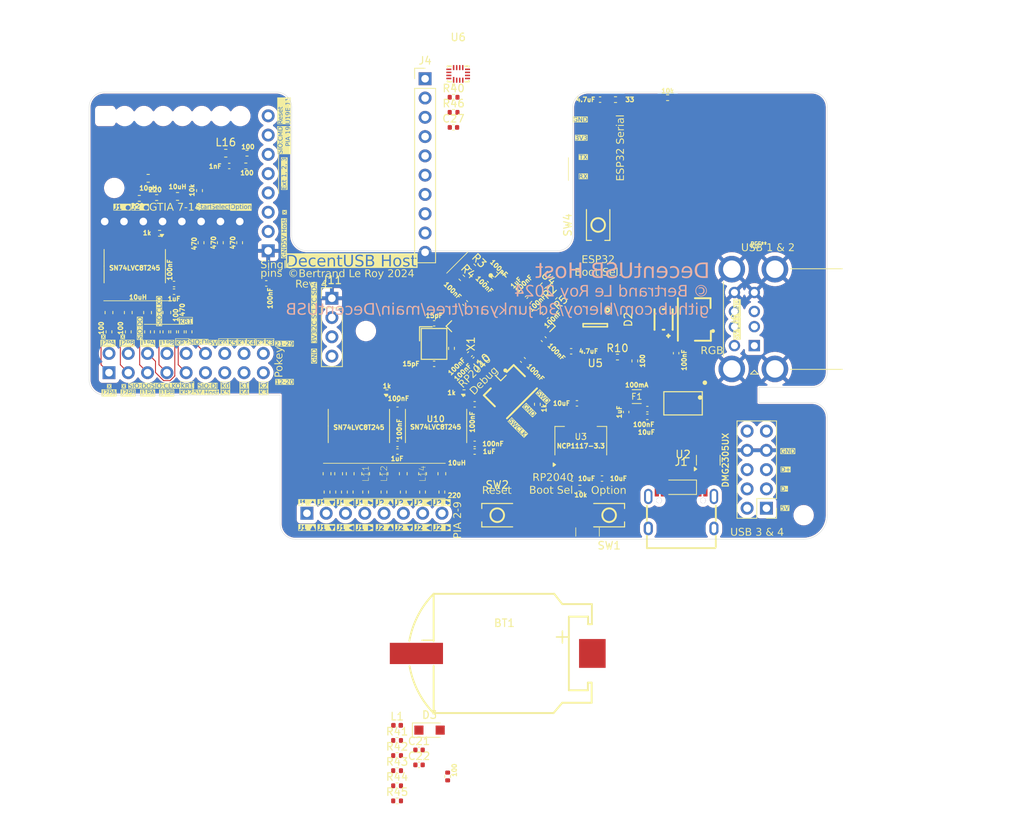
<source format=kicad_pcb>
(kicad_pcb (version 20241229) (generator "pcbnew") (generator_version "9.0")
  (title_block (title "Decent USB Host 2040") (date "2024-11-27") (rev "4") (company "Decent Consulting"))
  (layers (0 "F.Cu" signal) (2 "B.Cu" signal) (13 "F.Paste" user) (15 "B.Paste" user) (5 "F.SilkS" user "F.Silkscreen") (7 "B.SilkS" user "B.Silkscreen") (1 "F.Mask" user) (3 "B.Mask" user) (25 "Edge.Cuts" user))
  (net 0 "")
  (net 1 "+5V")
  (net 2 "GND")
  (net 3 "Net-(U2-VDD33)")
  (net 4 "+3V3")
  (net 5 "J1:LEFT")
  (net 6 "SELECT")
  (net 7 "SIO:COMMAND")
  (net 8 "OPTION")
  (net 9 "RESET")
  (net 10 "~{K1}")
  (net 11 "+1V1")
  (net 12 "J1:BACK")
  (net 13 "J1:FWD")
  (net 14 "~{K5}")
  (net 15 "START")
  (net 16 "~{K0}")
  (net 17 "~{K2}")
  (net 18 "SIO:CLOCK_OUT")
  (net 19 "~{KR2}")
  (net 20 "SIO:DATA_IN")
  (net 21 "J1:RIGHT")
  (net 22 "J1:TRIGGER")
  (net 23 "SIO:DATA_OUT")
  (net 24 "~{KR1}")
  (net 25 "Net-(D2-DOUT)")
  (net 26 "Net-(U2-V5)")
  (net 27 "EXT2")
  (net 28 "+5V HOST")
  (net 30 "EXT1")
  (net 31 "Net-(J2-Pin_8)")
  (net 32 "EXT3")
  (net 33 "Net-(J3-Pin_2)")
  (net 34 "Net-(J3-Pin_7)")
  (net 37 "Net-(J3-Pin_3)")
  (net 39 "Net-(J3-Pin_8)")
  (net 40 "Net-(J3-Pin_6)")
  (net 41 "/SWD")
  (net 42 "/SWCLK")
  (net 43 "~{K4}")
  (net 44 "Net-(J5-Pin_3)")
  (net 45 "Net-(J5-Pin_2)")
  (net 46 "Net-(J5-Pin_13)")
  (net 47 "Net-(J5-Pin_1)")
  (net 48 "Net-(J5-Pin_15)")
  (net 49 "Net-(BT1-+)")
  (net 50 "Net-(U4-XIN)")
  (net 51 "Net-(J5-Pin_16)")
  (net 52 "Net-(J5-Pin_4)")
  (net 53 "~{K3}")
  (net 54 "Net-(J5-Pin_5)")
  (net 56 "/USB3-D-")
  (net 57 "/USB3-D+")
  (net 58 "/USB4-D+")
  (net 60 "/USB4-D-")
  (net 61 "Net-(J7-Pin_6)")
  (net 62 "Net-(J7-Pin_8)")
  (net 63 "Net-(J7-Pin_2)")
  (net 64 "Net-(J7-Pin_7)")
  (net 65 "Net-(J7-Pin_1)")
  (net 66 "Net-(J7-Pin_4)")
  (net 67 "Net-(J7-Pin_5)")
  (net 68 "Net-(J7-Pin_3)")
  (net 69 "Net-(L2-Pad2)")
  (net 70 "J2:POTA")
  (net 71 "Net-(L3-Pad2)")
  (net 72 "J2:POTB")
  (net 73 "J1:POTA")
  (net 74 "Net-(L4-Pad2)")
  (net 75 "J1:POTB")
  (net 76 "Net-(L5-Pad2)")
  (net 77 "Net-(L6-Pad2)")
  (net 78 "Net-(L7-Pad2)")
  (net 79 "J2:TRIGGER")
  (net 80 "Net-(L8-Pad2)")
  (net 81 "Net-(L9-Pad2)")
  (net 82 "Net-(L10-Pad2)")
  (net 83 "Net-(L11-Pad2)")
  (net 84 "Net-(L12-Pad2)")
  (net 85 "J2:FWD")
  (net 86 "J2:BACK")
  (net 87 "Net-(L13-Pad2)")
  (net 88 "Net-(L14-Pad2)")
  (net 89 "J2:LEFT")
  (net 90 "J2:RIGHT")
  (net 91 "Net-(L15-Pad2)")
  (net 92 "Net-(L16-Pad2)")
  (net 93 "/XOUT")
  (net 94 "/~{USB_BOOT}")
  (net 95 "Net-(U8-DIR)")
  (net 96 "Net-(U9-DIR)")
  (net 97 "Net-(U10-DIR)")
  (net 98 "Net-(C18-Pad2)")
  (net 101 "/VBUS")
  (net 102 "NeoPixelData")
  (net 103 "I2C_SCL")
  (net 104 "I2C_SDA")
  (net 107 "/USB1-D-")
  (net 108 "/USB2-D+")
  (net 109 "/USB2-D-")
  (net 110 "/USB1-D+")
  (net 111 "DMU-")
  (net 112 "DMU+")
  (net 113 "Net-(J2-Pin_7)")
  (net 114 "Net-(U4-RUN)")
  (net 115 "/USB_DP")
  (net 116 "/USB_DN")
  (net 117 "LEVEL_ENABLE")
  (net 118 "EXT2_3V3")
  (net 119 "RESET3V3")
  (net 120 "EXT1_3V3")
  (net 121 "SELECT3V3")
  (net 122 "START3V3")
  (net 123 "OPTION3V3")
  (net 124 "~{KR2}3V3")
  (net 125 "J1:F3V3")
  (net 126 "J2:PA3V3")
  (net 127 "J2:T3V3")
  (net 128 "J2:L3V3")
  (net 129 "J1:PB3V3")
  (net 130 "SIO:DATA_IN3V3")
  (net 131 "J1:PA3V3")
  (net 132 "J2:R3V3")
  (net 133 "J2:F3V3")
  (net 134 "J1:R3V3")
  (net 135 "J1:L3V3")
  (net 136 "J1:B3V3")
  (net 137 "J2:B3V3")
  (net 138 "J1:T3V3")
  (net 139 "~{KR1}3V3")
  (net 140 "J2:PB3V3")
  (net 141 "/PI_USB_D-")
  (net 142 "/PI_USB_D+")
  (net 143 "/USBH+")
  (net 144 "/USBH-")
  (net 145 "Net-(U4-VREG_AVDD)")
  (net 146 "Net-(D3-K)")
  (net 147 "Net-(D3-A)")
  (net 148 "Net-(J5-Pin_17)")
  (net 149 "~{IRQ}")
  (net 150 "Net-(U4-VREG_LX)")
  (net 151 "Net-(U5-{slash}INT)")
  (net 152 "SIO:CLOCK_IN")
  (net 153 "Net-(U4-QSPI_SS)")
  (net 154 "Net-(U5-FOE)")
  (net 155 "Net-(J1-CC1)")
  (net 156 "Net-(J1-CC2)")
  (net 157 "Net-(U1-DI)")
  (net 158 "GPIO24_WL_DATA")
  (net 159 "Net-(U1-DO)")
  (net 160 "Net-(U1-nIRQ)")
  (net 163 "GPIO23_WL_ON")
  (net 165 "SPI_WL_CLOCK")
  (net 166 "SPI_WL_CS")
  (net 168 "SPI0_RX")
  (net 169 "SPI0_CS0")
  (net 170 "SIO:CLOCK_IN_3V3")
  (net 173 "SPI0_SCK")
  (net 174 "SPI0_TX")
  (net 181 "Net-(J4-Pin_5)")
  (net 182 "Net-(J4-Pin_3)")
  (net 183 "Net-(J4-Pin_4)")
  (net 184 "Net-(J4-Pin_6)")
  (net 185 "Net-(J4-Pin_8)")
  (net 186 "Net-(J4-Pin_2)")
  (net 187 "Net-(J4-Pin_7)")
  (net 188 "Net-(J4-Pin_1)")
  (net 189 "Net-(U6-~{RESET})")
  (net 190 "Net-(U6-~{INT})")
  (footprint "Resistor_SMD:R_0402_1005Metric" (layer "F.Cu") (at 115.1128 88.9508 -90)
    (property "Reference" "R25" (hide yes))
    (property "Value" "470")
  )
  (footprint "Resistor_SMD:R_0402_1005Metric" (layer "F.Cu") (at 162.433 121.285 180)
    (property "Reference" "R7" (hide yes))
    (property "Value" "10k")
  )
  (footprint "Capacitor_SMD:C_0402_1005Metric" (layer "F.Cu") (at 109.0168 94.3864 180)
    (property "Reference" "C29" (hide yes))
    (property "Value" "100nF")
  )
  (footprint "Connector_PinHeader_2.54mm:PinHeader_1x10_P2.54mm_Vertical" (layer "F.Cu") (at 142.066 67.3516)
    (property "Reference" "J4")
    (property "Value" "Conn_01x10_Pin")
  )
  (footprint "Resistor_SMD:R_0402_1005Metric" (layer "F.Cu") (at 106.802 100.691 -90)
    (property "Reference" "R15" (hide yes))
    (property "Value" "100")
  )
  (footprint "Connector_PinHeader_2.54mm:PinHeader_1x08_P2.54mm_Vertical" (layer "F.Cu") (at 121.412 90.013 180)
    (property "Reference" "J2" (hide yes))
    (property "Value" "Conn_01x08" (hide yes))
  )
  (footprint "Resistor_SMD:R_0402_1005Metric" (layer "F.Cu") (at 107.945 100.691 90)
    (property "Reference" "R20" (hide yes))
    (property "Value" "100" (hide yes))
  )
  (footprint "Resistor_SMD:R_0402_1005Metric" (layer "F.Cu") (at 144.272 121.793 90)
    (property "Reference" "R34" (hide yes))
    (property "Value" "220" (hide yes))
  )
  (footprint "Resistor_SMD:R_0402_1005Metric" (layer "F.Cu") (at 167.132 70.104 180)
    (property "Reference" "R11" (hide yes))
    (property "Value" "33")
  )
  (footprint "Resistor_SMD:R_0402_1005Metric" (layer "F.Cu") (at 145.816 71.7816)
    (property "Reference" "R46")
    (property "Value" "10k")
  )
  (footprint "Diode_SMD:Nexperia_CFP3_SOD-123W" (layer "F.Cu") (at 175.531 121.158 180)
    (property "Reference" "D1" (hide yes))
    (property "Value" "MBR120VLSFT1G" (hide yes))
  )
  (footprint "Capacitor_SMD:C_0402_1005Metric" (layer "F.Cu") (at 148.59 115.443 180)
    (property "Reference" "C32" (hide yes))
    (property "Value" "100nF")
  )
  (footprint "Resistor_SMD:R_0402_1005Metric" (layer "F.Cu") (at 117.6528 88.9508 -90)
    (property "Reference" "R26" (hide yes))
    (property "Value" "470")
  )
  (footprint "Capacitor_SMD:C_0402_1005Metric" (layer "F.Cu") (at 175.1076 103.505 90)
    (property "Reference" "C42" (hide yes))
    (property "Value" "100nF")
  )
  (footprint "Capacitor_SMD:C_0402_1005Metric" (layer "F.Cu") (at 171.323 111.887 180)
    (property "Reference" "C3" (hide yes))
    (property "Value" "10uF")
  )
  (footprint "Capacitor_SMD:C_0402_1005Metric" (layer "F.Cu") (at 154.94 104.394 -45)
    (property "Reference" "C10" (hide yes))
    (property "Value" "100nF")
  )
  (footprint "Capacitor_SMD:C_0402_1005Metric" (layer "F.Cu") (at 138.43 110.236 180)
    (property "Reference" "C36" (hide yes))
    (property "Value" "100nF")
  )
  (footprint "Capacitor_SMD:C_0402_1005Metric" (layer "F.Cu") (at 147.348172 96.895713 135)
    (property "Reference" "C11" (hide yes))
    (property "Value" "100nF")
  )
  (footprint "Inductor_SMD:L_0402_1005Metric" (layer "F.Cu") (at 138.3766 152.5228)
    (property "Reference" "L1")
    (property "Value" "3.3uH")
  )
  (footprint "Capacitor_SMD:C_0402_1005Metric" (layer "F.Cu") (at 155.067 95.758 45)
    (property "Reference" "C7" (hide yes))
    (property "Value" "1uF")
  )
  (footprint "Resistor_SMD:R_0402_1005Metric" (layer "F.Cu") (at 107.1118 87.7114 180)
    (property "Reference" "R37" (hide yes))
    (property "Value" "1k")
  )
  (footprint "Capacitor_SMD:C_0402_1005Metric" (layer "F.Cu") (at 143.256 104.902)
    (property "Reference" "C18" (hide yes))
    (property "Value" "15pF")
  )
  (footprint "Resistor_SMD:R_0402_1005Metric" (layer "F.Cu") (at 173.99 69.85 180)
    (property "Reference" "R36" (hide yes))
    (property "Value" "10k")
  )
  (footprint "Connector_PinHeader_2.54mm:PinHeader_1x08_P2.54mm_Vertical" (layer "F.Cu") (at 99.8878 86.1568 90)
    (property "Reference" "J3" (hide yes))
    (property "Value" "Conn_01x08" (hide yes))
  )
  (footprint "easyeda2kicad:SW-SMD_L3.9-W3.0-P4.45" (layer "F.Cu") (at 151.559 124.841)
    (property "Reference" "SW2")
    (property "Value" "SW_TACTILE")
  )
  (footprint "MountingHole:MountingHole_2.2mm_M2" (layer "F.Cu") (at 101.1428 81.7372)
    (property "Reference" "H4" (hide yes))
    (property "Value" "MountingHole" (hide yes))
  )
  (footprint "easyeda2kicad:QFN-80_L10.0-W10.0-P0.40-TL-EP3.4" (layer "F.Cu") (at 152.019 99.949 -45)
    (property "Reference" "U4")
    (property "Value" "RP2354_80QFN")
  )
  (footprint "Resistor_SMD:R_0402_1005Metric" (layer "F.Cu") (at 138.3766 156.5028)
    (property "Reference" "R42")
    (property "Value" "5k1")
  )
  (footprint "Capacitor_SMD:C_0402_1005Metric" (layer "F.Cu") (at 165.1 70.104 180)
    (property "Reference" "C20" (hide yes))
    (property "Value" "4.7uF")
  )
  (footprint "Capacitor_SMD:C_0402_1005Metric" (layer "F.Cu") (at 116.2812 78.8416 180)
    (property "Reference" "C23" (hide yes))
    (property "Value" "1nF")
  )
  (footprint "Resistor_SMD:R_0402_1005Metric" (layer "F.Cu") (at 138.3766 160.4828)
    (property "Reference" "R44")
    (property "Value" "470")
  )
  (footprint "Resistor_SMD:R_0402_1005Metric" (layer "F.Cu") (at 146.899159 93.573018 -45)
    (property "Reference" "R4")
    (property "Value" "27")
  )
  (footprint "Capacitor_SMD:C_0402_1005Metric" (layer "F.Cu") (at 147.97679 103.630905 -135)
    (property "Reference" "C13" (hide yes))
    (property "Value" "100nF")
  )
  (footprint "Connector_PinHeader_2.54mm:PinHeader_2x05_P2.54mm_Vertical" (layer "F.Cu") (at 186.9948 123.9192 180)
    (property "Reference" "J6" (hide yes))
    (property "Value" "Conn_02x05_Odd_Even" (hide yes))
  )
  (footprint "Resistor_SMD:R_0402_1005Metric" (layer "F.Cu") (at 156.845 110.236 -90)
    (property "Reference" "R1" (hide yes))
    (property "Value" "1k")
  )
  (footprint "Resistor_SMD:R_0402_1005Metric" (layer "F.Cu") (at 112.3696 82.0928 -90)
    (property "Reference" "R12" (hide yes))
    (property "Value" "10k")
  )
  (footprint "Resistor_SMD:R_0402_1005Metric" (layer "F.Cu") (at 132.207 121.793 90)
    (property "Reference" "R29" (hide yes))
    (property "Value" "220" (hide yes))
  )
  (footprint "Capacitor_SMD:C_0402_1005Metric" (layer "F.Cu") (at 155.78542 96.476421 45)
    (property "Reference" "C12" (hide yes))
    (property "Value" "100nF")
  )
  (footprint "Capacitor_SMD:C_0402_1005Metric" (layer "F.Cu") (at 157.226 97.917 45)
    (property "Reference" "C8" (hide yes))
    (property "Value" "100nF")
  )
  (footprint "Resistor_SMD:R_0402_1005Metric" (layer "F.Cu") (at 105.532 100.691 90)
    (property "Reference" "R19" (hide yes))
    (property "Value" "100" (hide yes))
  )
  (footprint "Resistor_SMD:R_0402_1005Metric" (layer "F.Cu") (at 102.992 100.691 90)
    (property "Reference" "R18" (hide yes))
    (property "Value" "100")
  )
  (footprint "easyeda2kicad:BAT-SMD_BS-CR2032-8" (layer "F.Cu") (at 152.5016 143.0528)
    (property "Reference" "BT1")
    (property "Value" "Battery_Cell")
  )
  (footprint "Inductor_SMD:L_0603_1608Metric" (layer "F.Cu") (at 144.272 119.38 -90)
    (property "Reference" "L15" (hide yes))
    (property "Value" "10uH" (hide yes))
  )
  (footprint "Resistor_SMD:R_0402_1005Metric" (layer "F.Cu") (at 145.542 102.87 90)
    (property "Reference" "R8" (hide yes))
    (property "Value" "1k")
  )
  (footprint "Capacitor_SMD:C_0402_1005Metric" (layer "F.Cu") (at 150.581064 93.842426 135)
    (property "Reference" "C16" (hide yes))
    (property "Value" "100nF")
  )
  (footprint "Resistor_SMD:R_0402_1005Metric" (layer "F.Cu") (at 147.193 108.712 180)
    (property "Reference" "R39" (hide yes))
    (property "Value" "1k")
  )
  (footprint "Inductor_SMD:L_0603_1608Metric" (layer "F.Cu") (at 105.6132 80.4672 180)
    (property "Reference" "L6" (hide yes))
    (property "Value" "10uH")
  )
  (footprint "Resistor_SMD:R_0402_1005Metric" (layer "F.Cu") (at 134.239 121.793 90)
    (property "Reference" "R30" (hide yes))
    (property "Value" "220" (hide yes))
  )
  (footprint "Resistor_SMD:R_0402_1005Metric" (layer "F.Cu") (at 110.993 100.691 -90)
    (property "Reference" "R16" (hide yes))
    (property "Value" "100" (hide yes))
  )
  (footprint "Diode_SMD:Nexperia_CFP3_SOD-123W" (layer "F.Cu") (at 142.6516 153.1528)
    (property "Reference" "D3")
    (property "Value" "MBR120VLSFT1G")
  )
  (footprint "Inductor_SMD:L_0603_1608Metric" (layer "F.Cu") (at 108.072 98.151 -90)
    (property "Reference" "L5" (hide yes))
    (property "Value" "10uH")
  )
  (footprint "Resistor_SMD:R_0402_1005Metric" (layer "F.Cu") (at 159.0773 96.012 -135)
    (property "Reference" "R5")
    (property "Value" "27")
  )
  (footprint "Capacitor_SMD:C_0402_1005Metric" (layer "F.Cu") (at 157.94442 98.635421 45)
    (property "Reference" "C9" (hide yes))
    (property "Value" "100nF")
  )
  (footprint "Inductor_SMD:L_0603_1608Metric" (layer "F.Cu") (at 100.452 98.151 -90)
    (property "Reference" "L2" (hide yes))
    (property "Value" "10uH" (hide yes))
  )
  (footprint "Capacitor_SMD:C_0402_1005Metric" (layer "F.Cu") (at 121.158 94.3102 180)
    (property "Reference" "C35" (hide yes))
    (property "Value" "100nF")
  )
  (footprint "MountingHole:MountingHole_2.2mm_M2" (layer "F.Cu") (at 191.897 124.841)
    (property "Reference" "H2" (hide yes))
    (property "Value" "MountingHole" (hide yes))
  )
  (footprint "easyeda2kicad:CRYSTAL-SMD_4P-L3.2-W2.5-BL" (layer "F.Cu") (at 143.2432 102.278 -90)
    (property "Reference" "X1")
    (property "Value" "12MHz")
  )
  (footprint "Inductor_SMD:L_0603_1608Metric" (layer "F.Cu") (at 115.824 77.16)
    (property "Reference" "L16")
    (property "Value" "22uH")
  )
  (footprint "Connector_PinHeader_2.54mm:PinHeader_1x04_P2.54mm_Vertical" (layer "F.Cu") (at 129.794 96.266)
    (property "Reference" "J11")
    (property "Value" "Conn_01x04")
  )
  (footprint "easyeda2kicad:UQFN-16_L2.6-W1.8-P0.40-BL" (layer "F.Cu") (at 146.421 66.7166)
    (property "Reference" "U6")
    (property "Value" "TCA6408ARSVR")
  )
  (footprint "easyeda2kicad:SW-SMD_L3.9-W3.0-P4.45" (layer "F.Cu") (at 166.291 124.841 180)
    (property "Reference" "SW1")
    (property "Value" "SW_TACTILE")
  )
  (footprint "Capacitor_SMD:C_0402_1005Metric" (layer "F.Cu") (at 141.2666 157.7328)
    (property "Reference" "C22")
    (property "Value" "100nF")
  )
  (footprint "Resistor_SMD:R_0402_1005Metric" (layer "F.Cu") (at 118.4656 78.8416 180)
    (property "Reference" "R6" (hide yes))
    (property "Value" "100")
  )
  (footprint "easyeda2kicad:SMD-10_L3.2-W2.5-P0.70-BL_DAPU_INS5699S" (layer "F.Cu") (at 164.465 99.822 180)
    (property "Reference" "U5")
    (property "Value" "FRTC8900CE")
  )
  (footprint "Package_TO_SOT_SMD:SOT-23" (layer "F.Cu") (at 179.341 117.602 90)
    (property "Reference" "Q2" (hide yes))
    (property "Value" "DMG2305UX")
  )
  (footprint "easyeda2kicad:QSOP-16_L4.9-W3.9-P0.64-LS6.0-BL" (layer "F.Cu") (at 176.022 110.109 180)
    (property "Reference" "U2")
    (property "Value" "CH334R")
  )
  (footprint "Resistor_SMD:R_0402_1005Metric" (layer "F.Cu") (at 138.3766 154.5128)
    (property "Reference" "R41")
    (property "Value" "5k1")
  )
  (footprint "Capacitor_SMD:C_0402_1005Metric" (layer "F.Cu") (at 157.675466 101.655249 -45)
    (property "Reference" "C15" (hide yes))
    (property "Value" "100nF")
  )
  (footprint "Resistor_SMD:R_0402_1005Metric" (layer "F.Cu") (at 109.977 100.691 90)
    (property "Reference" "R21" (hide yes))
    (property "Value" "470")
  )
  (footprint "Connector_PinHeader_2.54mm:PinHeader_2x09_P2.54mm_Vertical" (layer "F.Cu") (at 100.452 106.0704 90)
    (property "Reference" "J5" (hide yes))
    (property "Value" "Conn_02x09_Counter_Clockwise" (hide yes))
  )
  (footprint "Capacitor_SMD:C_0402_1005Metric" (layer "F.Cu") (at 161.417 120.015 180)
    (property "Reference" "C4" (hide yes))
    (property "Value" "10uF")
  )
  (footprint "Resistor_SMD:R_0402_1005Metric" (layer "F.Cu") (at 104.4448 83.1088)
    (property "Reference" "R22" (hide yes))
    (property "Value" "220")
  )
  (footprint "Resistor_SMD:R_0402_1005Metric" (layer "F.Cu") (at 137.033 108.712 180)
    (property "Reference" "R38" (hide yes))
    (property "Value" "1k")
  )
  (footprint "Inductor_SMD:L_0603_1608Metric" (layer "F.Cu") (at 109.474 82.8548 180)
    (property "Reference" "L7" (hide yes))
    (property "Value" "10uH")
  )
  (footprint "Package_SO:TSSOP-24_4.4x7.8mm_P0.65mm" (layer "F.Cu") (at 143.51 113.0905 -90)
    (property "Reference" "U10" (hide yes))
    (property "Value" "SN74LVC8T245")
  )
  (footprint "easyeda2kicad:SW-SMD_L3.9-W3.0-P4.45" (layer "F.Cu") (at 164.846 86.614 90)
    (property "Reference" "SW4")
    (property "Value" "SW_TACTILE")
  )
  (footprint "easyeda2kicad:USB-C-SMD_TYPE-C-6PIN-2MD-073" (layer "F.Cu") (at 175.768 124.206)
    (property "Reference" "J1")
    (property "Value" "USB_C_Receptacle_USB2.0_16P")
  )
  (footprint "Package_TO_SOT_SMD:SOT-223-3_TabPin2" (layer "F.Cu") (at 162.56 115.062 90)
    (property "Reference" "U3" (hide yes))
    (property "Value" "NCP1117-3.3")
  )
  (footprint "Inductor_SMD:L_0603_1608Metric" (layer "F.Cu") (at 141.732 119.38 -90)
    (property "Reference" "L14" (hide yes))
    (property "Value" "10uH" (hide yes))
  )
  (footprint "Resistor_SMD:R_0402_1005Metric" (layer "F.Cu") (at 106.7308 83.0072)
    (property "Reference" "R23" (hide yes))
    (property "Value" "220")
  )
  (footprint "Capacitor_SMD:C_0402_1005Metric" (layer "F.Cu") (at 145.796 73.7616)
    (property "Reference" "C27")
    (property "Value" "100nF")
  )
  (footprint "Capacitor_SMD:C_0402_1005Metric" (layer "F.Cu") (at 148.69521 104.349326 -135)
    (property "Reference" "C6" (hide yes))
    (property "Value" "100nF")
  )
  (footprint "Resistor_SMD:R_0402_1005Metric" (layer "F.Cu") (at 157.640459 94.615 -135)
    (property "Reference" "R2")
    (property "Value" "27")
  )
  (footprint "Capacitor_SMD:C_0402_1005Metric" (layer "F.Cu") (at 165.354 120.015)
    (property "Reference" "C2" (hide yes))
    (property "Value" "10uF")
  )
  (footprint "Capacitor_SMD:C_0402_1005Metric" (layer "F.Cu") (at 109.0168 95.4024 180)
    (property "Reference" "C30" (hide yes))
    (property "Value" "1uF")
  )
  (footprint "easyeda2kicad:CONN-SMD-3P-P1.00_BM03B-SRSS-TB-LF-SN" (layer "F.Cu") (at 153.162 108.458 45)
    (property "Reference" "J10")
    (property "Value" "Conn_01x03")
  )
  (footprint "Resistor_SMD:R_0402_1005Metric" (layer "F.Cu") (at 141.732 121.793 90)
    (property "Reference" "R33" (hide yes))
    (property "Value" "220" (hide yes))
  )
  (footprint "Capacitor_SMD:C_0402_1005Metric" (layer "F.Cu") (at 138.43 115.443 180)
    (property "Reference" "C1" (hide yes))
    (property "Value" "100nF")
  )
  (footprint "Capacitor_SMD:C_0402_1005Metric" (layer "F.Cu") (at 148.59 116.459 180)
    (property "Reference" "C33" (hide yes))
    (property "Value" "1uF")
  )
  (footprint "Resistor_SMD:R_0402_1005Metric" (layer "F.Cu") (at 129.159 121.793 90)
    (property "Reference" "R27" (hide yes))
    (property "Value" "220" (hide yes))
  )
  (footprint "Resistor_SMD:R_0402_1005Metric" (layer "F.Cu") (at 148.336 92.136177 -45)
    (property "Reference" "R3")
    (property "Value" "27")
  )
  (footprint "Capacitor_SMD:C_0402_1005Metric" (layer "F.Cu") (at 161.29 103.251)
    (property "Reference" "C19" (hide yes))
    (property "Value" "4.7uF")
  )
  (footprint "Capacitor_SMD:C_0402_1005Metric" (layer "F.Cu") (at 143.256 99.568)
    (property "Reference" "C17" (hide yes))
    (property "Value" "15pF")
  )
  (footprint "easyeda2kicad:LED-SMD_4P-L2.7-W2.4-TL_WS2812C-2427" (layer "F.Cu") (at 173.4566 99.06 90)
    (property "Reference" "D2")
    (property "Value" "WS2812B")
  )
  (footprint "Inductor_SMD:L_0603_1608Metric" (layer "F.Cu") (at 130.683 119.38 -90)
    (property "Reference" "L9" (hide yes))
    (property "Value" "10uH" (hide yes))
  )
  (footprint "Resistor_SMD:R_0402_1005Metric" (layer "F.Cu") (at 145.034 159.258 -90)
    (property "Reference" "R13" (hide yes))
    (property "Value" "100")
  )
  (footprint "Inductor_SMD:L_0603_1608Metric" (layer "F.Cu") (at 105.532 98.151 -90)
    (property "Reference" "L4" (hide yes))
    (property "Value" "10uH" (hide yes))
  )
  (footprint "Resistor_SMD:R_0402_1005Metric" (layer "F.Cu") (at 138.3766 158.4928)
    (property "Reference" "R43")
    (property "Value" "470")
  )
  (footprint "Connector_PinHeader_2.54mm:PinHeader_1x08_P2.54mm_Vertical" (layer "F.Cu") (at 126.507 124.587 90)
    (property "Reference" "J7" (hide yes))
    (property "Value" "Conn_01x08" (hide yes))
  )
  (footprint "Capacitor_SMD:C_0402_1005Metric" (layer "F.Cu") (at 168.529 111.252 -90)
    (property "Reference" "C25" (hide yes))
    (property "Value" "1uF")
  )
  (footprint "Capacitor_SMD:C_0402_1005Metric" (layer "F.Cu") (at 138.43 116.459 180)
    (property "Reference" "C26" (hide yes))
    (property "Value" "1uF")
  )
  (footprint "Resistor_SMD:R_0402_1005Metric" (layer "F.Cu") (at 100.452 100.691 90)
    (property "Reference" "R17" (hide yes))
    (property "Value" "100")
  )
  (footprint "Capacitor_SMD:C_0402_1005Metric" (layer "F.Cu") (at 151.299484 93.124006 135)
    (property "Reference" "C14" (hide yes))
    (property "Value" "100nF")
  )
  (footprint "Resistor_SMD:R_0402_1005Metric" (layer "F.Cu") (at 169.672 104.521 90)
    (property "Reference" "R9" (hide yes))
    (property "Value" "100")
  )
  (footprint "Resistor_SMD:R_0402_1005Metric" (layer "F.Cu") (at 138.3766 162.4728)
    (property "Reference" "R45")
    (property "Value" "10k")
  )
  (footprint "Inductor_SMD:L_0603_1608Metric" (layer "F.Cu") (at 132.207 119.38 -90)
    (property "Reference" "L10" (hide yes))
    (property "Value" "10uH" (hide yes))
  )
  (footprint "Inductor_SMD:L_0603_1608Metric" (layer "F.Cu") (at 134.239 119.38 -90)
    (property "Reference" "L11" (hide yes))
    (property "Value" "10uH" (hide yes))
  )
  (footprint "Capacitor_SMD:C_0402_1005Metric" (layer "F.Cu") (at 148.59 110.233 180)
    (property "Reference" "C37" (hide yes))
    (property "Value" "100nF")
  )
  (footprint "Resistor_SMD:R_0402_1005Metric" (layer "F.Cu") (at 130.683 121.793 90)
    (property "Reference" "R28" (hide yes))
    (property "Value" "220" (hide yes))
  )
  (footprint "Resistor_SMD:R_0402_1005Metric" (layer "F.Cu") (at 145.816 69.7916)
    (property "Reference" "R40")
    (property "Value" "10k")
  )
  (footprint "Inductor_SMD:L_0603_1608Metric" (layer "F.Cu") (at 129.159 119.38 -90)
    (property "Reference" "L8" (hide yes))
    (property "Value" "10uH" (hide yes))
  )
  (footprint "Fuse:Fuse_1206_3216Metric" (layer "F.Cu") (at 169.926 109.22 180)
    (property "Reference" "F1" (hide yes))
    (property "Value" "100mA")
  )
  (footprint "Package_SO:TSSOP-24_4.4x7.8mm_P0.65mm" (layer "F.Cu") (at 133.35 113.0905 -90)
    (property "Reference" "U9" (hide yes))
    (property "Value" "SN74LVC8T245")
  )
  (footprint "Capacitor_SMD:C_0402_1005Metric" (layer "F.Cu") (at 162.052 110.109 180)
    (property "Reference" "C5" (hide yes))
    (property "Value" "10uF")
  )
  (footprint "Resistor_SMD:R_0402_1005Metric" (layer "F.Cu") (at 108.961 100.691 -90)
    (property "Reference" "R14" (hide yes))
    (property "Value" "100" (hide yes))
  )
  (footprint "easyeda2kicad:CONN-SMD-3P-P1.00_BM03B-SRSS-TB-LF-SN" (layer "F.Cu") (at 177.6796 99.06 -90)
    (property "Reference" "J8")
    (property "Value" "Conn_01x03")
  )
  (footprint "Package_SO:TSSOP-24_4.4x7.8mm_P0.65mm" (layer "F.Cu") (at 103.84675 92.0399 -90)
    (property "Reference" "U8" (hide yes))
    (property "Value" "SN74LVC8T245")
  )
  (footprint "Capacitor_SMD:C_0402_1005Metric" (layer "F.Cu") (at 141.2666 155.7628)
    (property "Reference" "C21")
    (property "Value" "4.7uF")
  )
  (footprint "Inductor_SMD:L_0603_1608Metric" (layer "F.Cu") (at 102.992 98.151 -90)
    (property "Reference" "L3" (hide yes))
    (property "Value" "10uH" (hide yes))
  )
  (footprint "Resistor_SMD:R_0402_1005Metric" (layer "F.Cu") (at 112.5728 88.9508 -90)
    (property "Reference" "R24" (hide yes))
    (property "Value" "470")
  )
  (footprint "Inductor_SMD:L_0603_1608Metric" (layer "F.Cu") (at 136.652 119.38 -90)
    (property "Reference" "L12" (hide yes))
    (property "Value" "10uH" (hide yes))
  )
  (footprint "Capacitor_SMD:C_0402_1005Metric" (layer "F.Cu") (at 171.323 110.871 180)
    (property "Reference" "C24" (hide yes))
    (property "Value" "100nF")
  )
  (footprint "Resistor_SMD:R_0402_1005Metric" (layer "F.Cu") (at 139.192 121.793 90)
    (property "Reference" "R32" (hide yes))
    (property "Value" "220" (hide yes))
  )
  (footprint "Library:rpi_rmc20452t" (layer "F.Cu") (at 179.324 80.236)
    (property "Reference" "U1" (hide yes))
    (property "Value" "RMC20452T" (hide yes))
  )
  (footprint "Resistor_SMD:R_0402_1005Metric" (layer "F.Cu") (at 136.652 121.793 90)
    (property "Reference" "R31" (hide yes))
    (property "Value" "220")
  )
  (footprint "Resistor_SMD:R_0402_1005Metric" (layer "F.Cu") (at 118.618 77.16 180)
    (property "Reference" "R35" (hide yes))
    (property "Value" "100")
  )
  (footprint "Inductor_SMD:L_0603_1608Metric" (layer "F.Cu") (at 139.192 119.38 -90)
    (property "Reference" "L13" (hide yes))
    (property "Value" "10uH")
  )
  (footprint "MountingHole:MountingHole_2.2mm_M2" (layer "F.Cu") (at 134.271 100.584)
    (property "Reference" "H3" (hide yes))
    (property "Value" "MountingHole" (hide yes))
  )
  (footprint "Connector_USB:USB_A_CUI_UJ2-ADH-TH_Horizontal_Stacked" (layer "F.Cu") (at 185.405684 102.506002 180)
    (property "Reference" "USB1-2" (hide yes))
    (property "Value" "USB_A_Dual" (hide yes))
  )
  (footprint "Resistor_SMD:R_0402_1005Metric" (layer "F.Cu") (at 167.386 104.013)
    (property "Reference" "R10")
    (property "Value" "33")
  )
  (footprint "MountingHole:MountingHole_2.2mm_M2" (layer "F.Cu") (at 218.44 86.995)
    (property "Reference" "H1" (hide yes))
    (property "Value" "MountingHole" (hide yes))
  )
  (gr_line (start 160.9344 77.7494) (end 160.9344 80.7466) (stroke (width 0.1)) (layer "F.SilkS"))
  (gr_line (start 164.9984 126.492) (end 164.9984 127.6096) (stroke (width 0.1)) (layer "F.SilkS"))
  (gr_line (start 99.76 96.6) (end 108.76 96.6) (stroke (width 0.1)) (layer "F.SilkS"))
  (gr_line (start 105.0984 99.7) (end 110.3816 99.7) (stroke (width 0.1)) (layer "F.SilkS"))
  (gr_line (start 161.8996 126.492) (end 161.8996 127.6096) (stroke (width 0.1)) (layer "F.SilkS"))
  (gr_line (start 128.6764 122.6312) (end 144.7292 122.6312) (stroke (width 0.1)) (layer "F.SilkS"))
  (gr_line (start 122.7836 77.3684) (end 122.7836 82.4484) (stroke (width 0.1)) (layer "F.SilkS"))
  (gr_line (start 147.701 90.17) (end 144.907 92.964) (stroke (width 0.1)) (layer "F.SilkS"))
  (gr_line (start 128.6764 118.0084) (end 144.7292 118.0084) (stroke (width 0.1)) (layer "F.SilkS"))
  (gr_line (start 122.5 69.12) (end 99.839214 69.12) (stroke (width 0.05)) (layer "Edge.Cuts"))
  (gr_line (start 97.839214 71.12) (end 97.839214 107) (stroke (width 0.05)) (layer "Edge.Cuts"))
  (gr_arc (start 195 106) (mid 194.414214 107.414214) (end 193 108) (stroke (width 0.05)) (layer "Edge.Cuts"))
  (gr_arc (start 195 124.841) (mid 194.10275 127.063152) (end 191.897 128) (stroke (width 0.05)) (layer "Edge.Cuts"))
  (gr_arc (start 161.5 71.12) (mid 162.085786 69.705786) (end 163.5 69.12) (stroke (width 0.05)) (layer "Edge.Cuts"))
  (gr_arc (start 161.5 88.011) (mid 160.914214 89.425214) (end 159.5 90.011) (stroke (width 0.05)) (layer "Edge.Cuts"))
  (gr_arc (start 97.839214 71.12) (mid 98.425 69.705786) (end 99.839214 69.12) (stroke (width 0.05)) (layer "Edge.Cuts"))
  (gr_arc (start 99.839214 109) (mid 98.425 108.414214) (end 97.839214 107) (stroke (width 0.05)) (layer "Edge.Cuts"))
  (gr_arc (start 122.5 69.12) (mid 123.914214 69.705786) (end 124.5 71.12) (stroke (width 0.05)) (layer "Edge.Cuts"))
  (gr_line (start 186 110) (end 193 110) (stroke (width 0.05)) (layer "Edge.Cuts"))
  (gr_line (start 123 109) (end 123 126) (stroke (width 0.05)) (layer "Edge.Cuts"))
  (gr_arc (start 125 128) (mid 123.585786 127.414214) (end 123 126) (stroke (width 0.05)) (layer "Edge.Cuts"))
  (gr_line (start 195 106) (end 195 71.12) (stroke (width 0.05)) (layer "Edge.Cuts"))
  (gr_arc (start 126.492 90.011) (mid 125.077786 89.425214) (end 124.492 88.011) (stroke (width 0.05)) (layer "Edge.Cuts"))
  (gr_arc (start 193 110) (mid 194.414214 110.585786) (end 195 112) (stroke (width 0.05)) (layer "Edge.Cuts"))
  (gr_arc (start 193 69.12) (mid 194.414214 69.705786) (end 195 71.12) (stroke (width 0.05)) (layer "Edge.Cuts"))
  (gr_line (start 193 69.12) (end 163.5 69.12) (stroke (width 0.05)) (layer "Edge.Cuts"))
  (gr_line (start 186 108) (end 186 110) (stroke (width 0.05)) (layer "Edge.Cuts"))
  (gr_line (start 124.492 88.011) (end 124.5 71.12) (stroke (width 0.05)) (layer "Edge.Cuts"))
  (gr_line (start 99.839214 109) (end 123 109) (stroke (width 0.05)) (layer "Edge.Cuts"))
  (gr_line (start 126.492 90.011) (end 159.5 90.011) (stroke (width 0.05)) (layer "Edge.Cuts"))
  (gr_line (start 161.5 88.011) (end 161.5 71.12) (stroke (width 0.05)) (layer "Edge.Cuts"))
  (gr_line (start 193 108) (end 186 108) (stroke (width 0.05)) (layer "Edge.Cuts"))
  (gr_line (start 195 112) (end 195 124.841) (stroke (width 0.05)) (layer "Edge.Cuts"))
  (gr_line (start 125 128) (end 191.897 128) (stroke (width 0.05)) (layer "Edge.Cuts"))
  (gr_text "x" (at 123.5456 84.9376 90) (layer "F.SilkS" knockout) (effects (font (size 0.6 0.6))))
  (gr_text "~{K2}" (at 120.4 102.19 0) (layer "F.SilkS" knockout) (effects (font (size 0.6 0.6))))
  (gr_text "Rev. 4" (at 124.968 93.853 -0) (layer "F.SilkS") (effects (font (size 1 1) (thickness 0.1875)) (justify left top)))
  (gr_text "D+" (at 188.849 118.872 0) (layer "F.SilkS" knockout) (effects (font (size 0.6 0.6) (thickness 0.1875)) (justify left)))
  (gr_text "RP2040\nDebug" (at 150.241 107.569 45) (layer "F.SilkS") (effects (font (size 1 1) (thickness 0.1875)) (justify bottom)))
  (gr_text "DecentUSB Host" (at 132.334 90.5764 -0) (layer "F.SilkS" knockout) (effects (font (size 1.5 1.5) (thickness 0.1875)) (justify top)))
  (gr_text "J1 ▲" (at 126.53 123.2 0) (layer "F.SilkS" knockout) (effects (font (size 0.6 0.6))))
  (gr_text "Option" (at 166.243 121.031 -0) (layer "F.SilkS") (effects (font (size 1 1) (thickness 0.1875)) (justify top)))
  (gr_text "5V Host" (at 123.5456 87.4268 90) (layer "F.SilkS" knockout) (effects (font (size 0.6 0.6))))
  (gr_text "J1 ▲" (at 126.5428 126.492 0) (layer "F.SilkS" knockout) (effects (font (size 0.6 0.6))))
  (gr_text "GND" (at 127.508 103.886 90) (layer "F.SilkS" knockout) (effects (font (size 0.6 0.6))))
  (gr_text "ESP32 Serial" (at 168.402 76.454 90) (layer "F.SilkS") (effects (font (size 1 1) (thickness 0.1875)) (justify bottom)))
  (gr_text "GND" (at 155.067 110.363 -45) (layer "F.SilkS" knockout) (effects (font (size 0.6 0.6) (thickness 0.1875)) (justify left)))
  (gr_text "~{K4}" (at 119.09 102.18 0) (layer "F.SilkS" knockout) (effects (font (size 0.6 0.6))))
  (gr_text "~{K4}" (at 118.2624 108.712 0) (layer "F.SilkS" knockout) (effects (font (size 0.6 0.6))))
  (gr_text "J1 ◀" (at 131.61 123.2 0) (layer "F.SilkS" knockout) (effects (font (size 0.6 0.6))))
  (gr_text "J2PA" (at 100.4824 108.712 0) (layer "F.SilkS" knockout) (effects (font (size 0.6 0.6))))
  (gr_text "Start" (at 113.0094 84.6074 0) (layer "F.SilkS" knockout) (effects (font (size 0.6 0.6) (thickness 0.1875)) (justify bottom)))
  (gr_text "Reset" (at 151.511 121.031 -0) (layer "F.SilkS") (effects (font (size 1 1) (thickness 0.1875)) (justify top)))
  (gr_text "J1 ◀" (at 131.6228 126.492 0) (layer "F.SilkS" knockout) (effects (font (size 0.6 0.6))))
  (gr_text "J1PB" (at 108.1024 102.1836 0) (layer "F.SilkS" knockout) (effects (font (size 0.6 0.6))))
  (gr_text "SIO:CMD\nPIA 19" (at 123.5456 73.6092 90) (layer "F.SilkS" knockout) (effects (font (size 0.6 0.6)) (justify right)))
  (gr_text "~{K1}" (at 118.2624 107.8484 0) (layer "F.SilkS" knockout) (effects (font (size 0.6 0.6))))
  (gr_text "5V Host" (at 113.2332 108.712 0) (layer "F.SilkS" knockout) (effects (font (size 0.6 0.6))))
  (gr_text "x" (at 102.02 101.32 0) (layer "F.SilkS" knockout) (effects (font (size 0.6 0.6)) (justify left)))
  (gr_text "pins" (at 120.38 92.43 0) (layer "F.SilkS") (effects (font (size 1 1) (thickness 0.1875)) (justify left top)))
  (gr_text "J2 ◀" (at 141.8208 123.2 0) (layer "F.SilkS" knockout) (effects (font (size 0.6 0.6))))
  (gr_text "J2PA" (at 100.34 102.18 0) (layer "F.SilkS" knockout) (effects (font (size 0.6 0.6))))
  (gr_text "J2 ▲" (at 136.7536 126.492 0) (layer "F.SilkS" knockout) (effects (font (size 0.6 0.6))))
  (gr_text "SIO:CLKO" (at 109.8804 107.8484 0) (layer "F.SilkS" knockout) (effects (font (size 0.6 0.6)) (justify right)))
  (gr_text "SIO:DO" (at 106.0196 107.8484 0) (layer "F.SilkS" knockout) (effects (font (size 0.6 0.6)) (justify right)))
  (gr_text "GND" (at 123.5456 90.0176 90) (layer "F.SilkS" knockout) (effects (font (size 0.6 0.6))))
  (gr_text "USB 3 & 4" (at 185.77 126.54 -0) (layer "F.SilkS") (effects (font (size 1 1) (thickness 0.1875)) (justify top)))
  (gr_text "D-" (at 188.849 121.412 0) (layer "F.SilkS" knockout) (effects (font (size 0.6 0.6) (thickness 0.1875)) (justify left)))
  (gr_text "USB 1 & 2" (at 187.198 89.0524 -0) (layer "F.SilkS") (effects (font (size 1 1) (thickness 0.1875)) (justify top)))
  (gr_text "J1 ▶" (at 134.0992 123.2 0) (layer "F.SilkS" knockout) (effects (font (size 0.6 0.6))))
  (gr_text "~{KR2}" (at 110.09 102.18 0) (layer "F.SilkS" knockout) (effects (font (size 0.6 0.6))))
  (gr_text "~{K1}" (at 117.98 102.18 0) (layer "F.SilkS" knockout) (effects (font (size 0.6 0.6))))
  (gr_text "J2 ▼" (at 139.2936 126.492 0) (layer "F.SilkS" knockout) (effects (font (size 0.6 0.6))))
  (gr_text "12-20" (at 122.3264 107.3404 0) (layer "F.SilkS" knockout) (effects (font (size 0.6 0.6)) (justify left)))
  (gr_text "21-29" (at 122.3264 102.3112 0) (layer "F.SilkS" knockout) (effects (font (size 0.6 0.6)) (justify left)))
  (gr_text "x" (at 102.1588 107.8484 0) (layer "F.SilkS" knockout) (effects (font (size 0.6 0.6)) (justify left)))
  (gr_text "Ext 1, 2, 3" (at 123.5456 79.8576 90) (layer "F.SilkS" knockout) (effects (font (size 0.6 0.6))))
  (gr_text "GND" (at 163.449 72.771 0) (layer "F.SilkS" knockout) (effects (font (size 0.6 0.6) (thickness 0.1875)) (justify right)))
  (gr_text "5V" (at 188.849 123.952 0) (layer "F.SilkS" knockout) (effects (font (size 0.6 0.6) (thickness 0.1875)) (justify left)))
  (gr_text "Reset\nU19E 11" (at 123.5456 73.3552 90) (layer "F.SilkS" knockout) (effects (font (size 0.6 0.6)) (justify left)))
  (gr_text "GND" (at 188.849 116.459 0) (layer "F.SilkS" knockout) (effects (font (size 0.6 0.6) (thickness 0.1875)) (justify left)))
  (gr_text "x" (at 100.4824 107.8484 0) (layer "F.SilkS" knockout) (effects (font (size 0.6 0.6))))
  (gr_text "5V" (at 114.15 102.18 0) (layer "F.SilkS" knockout) (effects (font (size 0.6 0.6))))
  (gr_text "J2 ◀" (at 141.8336 126.492 0) (layer "F.SilkS" knockout) (effects (font (size 0.6 0.6))))
  (gr_text "3V3" (at 163.449 75.184 0) (layer "F.SilkS" knockout) (effects (font (size 0.6 0.6) (thickness 0.1875)) (justify right)))
  (gr_text "RX" (at 163.449 80.264 0) (layer "F.SilkS" knockout) (effects (font (size 0.6 0.6) (thickness 0.1875)) (justify right)))
  (gr_text "J1 ▶" (at 134.112 126.492 0) (layer "F.SilkS" knockout) (effects (font (size 0.6 0.6))))
  (gr_text "J2 ●" (at 104.5938 84.2938 0) (layer "F.SilkS" knockout) (effects (font (size 0.6 0.6) (thickness 0.1875))))
  (gr_text "~{K0}" (at 115.7732 107.8484 0) (layer "F.SilkS" knockout) (effects (font (size 0.6 0.6))))
  (gr_text "PIA 2-9" (at 145.796 127.9652 90) (layer "F.SilkS") (effects (font (size 1 1) (thickness 0.1875)) (justify left top)))
  (gr_text "~{K3}" (at 121.57 102.18 0) (layer "F.SilkS" knockout) (effects (font (size 0.6 0.6))))
  (gr_text "SWD" (at 156.845 108.585 -45) (layer "F.SilkS" knockout) (effects (font (size 0.6 0.6) (thickness 0.1875)) (justify left)))
  (gr_text "J2PB" (at 102.88 102.18 0) (layer "F.SilkS" knockout) (effects (font (size 0.6 0.6))))
  (gr_text "SIO:DI" (at 114.7572 107.8484 0) (layer "F.SilkS" knockout) (effects (font (size 0.6 0.6)) (justify right)))
  (gr_text "RGB" (at 179.832 102.616 0) (layer "F.SilkS") (effects (font (size 1 1) (thickness 0.1875)) (justify top)))
  (gr_text "I2C SCL" (at 127.508 99.001208 90) (layer "F.SilkS" knockout) (effects (font (size 0.6 0.6))))
  (gr_text "Option" (at 117.8306 84.6074 0) (layer "F.SilkS" knockout) (effects (font (size 0.6 0.6) (thickness 0.1875)) (justify bottom)))
  (gr_text "TX" (at 163.449 77.724 0) (layer "F.SilkS" knockout) (effects (font (size 0.6 0.6) (thickness 0.1875)) (justify right)))
  (gr_text "Single" (at 120.38 91.31 0) (layer "F.SilkS") (effects (font (size 1 1) (thickness 0.1875)) (justify left top)))
  (gr_text "J2PB" (at 103.0224 108.712 0) (layer "F.SilkS" knockout) (effects (font (size 0.6 0.6))))
  (gr_text "x" (at 99.71 101.32 0) (layer "F.SilkS" knockout) (effects (font (size 0.6 0.6))))
  (gr_text "~{K3}" (at 120.8024 108.712 0) (layer "F.SilkS" knockout) (effects (font (size 0.6 0.6))))
  (gr_text "~{K0}" (at 115.47 102.18 0) (layer "F.SilkS" knockout) (effects (font (size 0.6 0.6))))
  (gr_text "©Bertrand Le Roy 2024" (at 132.334 92.4814 -0) (layer "F.SilkS") (effects (font (size 1 1) (thickness 0.1875)) (justify top)))
  (gr_text "~{K5}" (at 116.7 102.18 0) (layer "F.SilkS" knockout) (effects (font (size 0.6 0.6))))
  (gr_text "SIO:CLKO" (at 107.11 96 90) (layer "F.SilkS" knockout) (effects (font (size 0.6 0.6)) (justify right)))
  (gr_text "~{KR1}" (at 110.744 107.8484 0) (layer "F.SilkS" knockout) (effects (font (size 0.6 0.6))))
  (gr_text "~{K5}" (at 115.7732 108.712 0) (layer "F.SilkS" knockout) (effects (font (size 0.6 0.6))))
  (gr_text "ESP32\nBoot Sel." (at 164.846 93.472 0) (layer "F.SilkS") (effects (font (size 1 1) (thickness 0.1875)) (justify bottom)))
  (gr_text "~{KR1}" (at 110.57 99.38 0) (layer "F.SilkS" knockout) (effects (font (size 0.6 0.6))))
  (gr_text "J1PA" (at 105.5624 108.712 0) (layer "F.SilkS" knockout) (effects (font (size 0.6 0.6))))
  (gr_text "J1PB" (at 108.1024 108.712 0) (layer "F.SilkS" knockout) (effects (font (size 0.6 0.6))))
  (gr_text "~{KR2}" (at 110.6424 108.712 0) (layer "F.SilkS" knockout) (effects (font (size 0.6 0.6))))
  (gr_text "3V3" (at 127.508 101.346 90) (layer "F.SilkS" knockout) (effects (font (size 0.6 0.6))))
  (gr_text "RP2040\nBoot Sel." (at 158.877 122.174 0) (layer "F.SilkS") (effects (font (size 1 1) (thickness 0.1875)) (justify bottom)))
  (gr_text "J2 ▼" (at 139.2808 123.2 0) (layer "F.SilkS" knockout) (effects (font (size 0.6 0.6))))
  (gr_text "I2C SDA" (at 127.508 95.885 90) (layer "F.SilkS" knockout) (effects (font (size 0.6 0.6))))
  (gr_text "Pokey" (at 122.2756 106.7308 90) (layer "F.SilkS") (effects (font (size 1 1) (thickness 0.1875)) (justify left top)))
  (gr_text "GTIA 7-14" (at 105.7338 83.7238 -0) (layer "F.SilkS") (effects (font (size 1 1) (thickness 0.1875)) (justify left top)))
  (gr_text "J2 ▶" (at 144.3228 126.492 0) (layer "F.SilkS" knockout) (effects (font (size 0.6 0.6))))
  (gr_text "J1PA" (at 105.5624 102.1836 0) (layer "F.SilkS" knockout) (effects (font (size 0.6 0.6))))
  (gr_text "J2 ▶" (at 144.31 123.2 0) (layer "F.SilkS" knockout) (effects (font (size 0.6 0.6))))
  (gr_text "~{K2}" (at 120.8024 107.8484 0) (layer "F.SilkS" knockout) (effects (font (size 0.6 0.6))))
  (gr_text "5V | D | GND" (at 182.753 99.06 90) (layer "F.SilkS" knockout) (effects (font (size 0.6 0.6) (thickness 0.1875)) (justify top)))
  (gr_text "SIO:DO" (at 104.57 98.72 90) (layer "F.SilkS" knockout) (effects (font (size 0.6 0.6)) (justify right)))
  (gr_text "Select" (at 115.2038 84.6074 0) (layer "F.SilkS" knockout) (effects (font (size 0.6 0.6) (thickness 0.1875)) (justify bottom)))
  (gr_text "SIO:DI" (at 113.56 102.08 0) (layer "F.SilkS" knockout) (effects (font (size 0.6 0.6)) (justify right)))
  (gr_text "J1 ▼" (at 129.07 123.2 0) (layer "F.SilkS" knockout) (effects (font (size 0.6 0.6))))
  (gr_text "J1 ●" (at 102.2082 84.2938 0) (layer "F.SilkS" knockout) (effects (font (size 0.6 0.6) (thickness 0.1875))))
  (gr_text "SWCLK" (at 153.162 112.268 -45) (layer "F.SilkS" knockout) (effects (font (size 0.6 0.6) (thickness 0.1875)) (justify left)))
  (gr_text "J2 ▲" (at 136.7408 123.2 0) (layer "F.SilkS" knockout) (effects (font (size 0.6 0.6))))
  (gr_text "J1 ▼" (at 129.0828 126.492 0) (layer "F.SilkS" knockout) (effects (font (size 0.6 0.6))))
  (gr_text "© Bertrand Le Roy 2024" (at 179.45 94.54 -0) (layer "B.SilkS") (effects (font (size 1.5 1.5) (thickness 0.1)) (justify left top mirror)))
  (gr_text "github.com/bleroy/3d-junkyard/tree/main/DecentUSB" (at 179.45 96.9276 -0) (layer "B.SilkS") (effects (font (size 1.5 1.5) (thickness 0.1)) (justify left top mirror)))
  (gr_text "DecentUSB Host" (at 179.5516 91.5936 0) (layer "B.SilkS") (effects (font (size 2 2) (thickness 0.1)) (justify left top mirror)))
  (segment (start 104.4905 105.0289) (end 104.4905 102.2425) (width 0.127) (layer "F.Cu") (net 44))
  (segment (start 105.532 106.0704) (end 104.4905 105.0289) (width 0.127) (layer "F.Cu") (net 44))
  (segment (start 104.4905 102.2425) (end 105.532 101.201) (width 0.127) (layer "F.Cu") (net 44))
  (segment (start 101.9505 102.2425) (end 102.992 101.201) (width 0.127) (layer "F.Cu") (net 45))
  (segment (start 102.992 106.0704) (end 101.9505 105.0289) (width 0.127) (layer "F.Cu") (net 45))
  (segment (start 101.9505 105.0289) (end 101.9505 102.2425) (width 0.127) (layer "F.Cu") (net 45))
  (segment (start 110.993 101.201) (end 110.993 101.3714) (width 0.127) (layer "F.Cu") (net 46))
  (segment (start 110.993 101.3714) (end 113.152 103.5304) (width 0.127) (layer "F.Cu") (net 46))
  (segment (start 99.4105 105.0289) (end 99.4105 102.2425) (width 0.127) (layer "F.Cu") (net 47))
  (segment (start 100.452 106.0704) (end 99.4105 105.0289) (width 0.127) (layer "F.Cu") (net 47))
  (segment (start 99.4105 102.2425) (end 100.452 101.201) (width 0.127) (layer "F.Cu") (net 47))
  (segment (start 107.640596 107.1119) (end 108.503404 107.1119) (width 0.127) (layer "F.Cu") (net 51))
  (segment (start 106.5735 104.5719) (end 106.5735 106.044804) (width 0.127) (layer "F.Cu") (net 51))
  (segment (start 109.1135 106.501804) (end 109.1135 101.3535) (width 0.127) (layer "F.Cu") (net 51))
  (segment (start 105.532 103.5304) (end 106.5735 104.5719) (width 0.127) (layer "F.Cu") (net 51))
  (segment (start 106.5735 106.044804) (end 107.640596 107.1119) (width 0.127) (layer "F.Cu") (net 51))
  (segment (start 108.503404 107.1119) (end 109.1135 106.501804) (width 0.127) (layer "F.Cu") (net 51))
  (segment (start 109.1135 101.3535) (end 108.961 101.201) (width 0.127) (layer "F.Cu") (net 51))
  (segment (start 108.072 106.0704) (end 107.0305 105.0289) (width 0.127) (layer "F.Cu") (net 52))
  (segment (start 107.0305 102.1155) (end 107.945 101.201) (width 0.127) (layer "F.Cu") (net 52))
  (segment (start 107.0305 105.0289) (end 107.0305 102.1155) (width 0.127) (layer "F.Cu") (net 52))
  (segment (start 109.5705 101.6075) (end 109.977 101.201) (width 0.127) (layer "F.Cu") (net 54))
  (segment (start 109.5705 105.0289) (end 109.5705 101.6075) (width 0.127) (layer "F.Cu") (net 54))
  (segment (start 110.612 106.0704) (end 109.5705 105.0289) (width 0.127) (layer "F.Cu") (net 54))
  (segment (start 100.452 100.181) (end 100.452 98.9385) (width 0.127) (layer "F.Cu") (net 69))
  (segment (start 102.992 100.181) (end 102.992 98.9385) (width 0.127) (layer "F.Cu") (net 71))
  (segment (start 105.532 100.181) (end 105.532 98.9385) (width 0.127) (layer "F.Cu") (net 74))
  (segment (start 107.945 100.181) (end 107.945 99.0655) (width 0.127) (layer "F.Cu") (net 76))
  (segment (start 107.945 99.0655) (end 108.072 98.9385) (width 0.127) (layer "F.Cu") (net 76))
  (segment (start 105.208018 100.7395) (end 106.3405 100.7395) (width 0.127) (layer "F.Cu") (net 148))
  (segment (start 106.3405 100.7395) (end 106.802 101.201) (width 0.127) (layer "F.Cu") (net 148))
  (segment (start 102.992 102.955518) (end 105.208018 100.7395) (width 0.127) (layer "F.Cu") (net 148))
  (segment (start 102.992 103.5304) (end 102.992 102.955518) (width 0.127) (layer "F.Cu") (net 148))
  (zone (net 2) (net_name "GND") (layers "F.Cu" "B.Cu") (connect_pads (clearance 0.5)) (min_thickness 0.25) (fill yes (thermal_gap 0.5) (thermal_bridge_width 0.5))
    (polygon (pts (xy 86.106 66.548) (xy 204.47 66.421) (xy 204.47 128.27) (xy 86.106 128.397)))
  )
)
</source>
